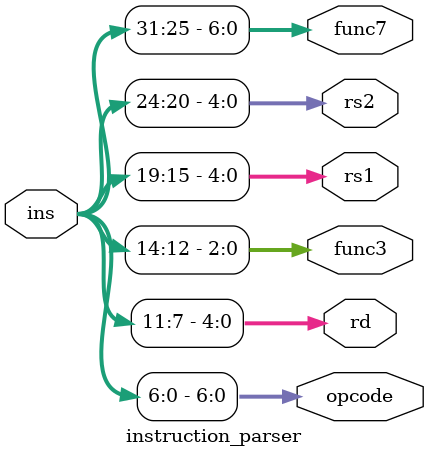
<source format=v>
module instruction_parser(

	input [31:0] ins,
	output [6:0] opcode,
	output [4:0] rd,
	output [2:0] func3,
	output [4:0] rs1,
	output [4:0] rs2,
	output [6:0] func7
);


assign opcode = ins[6:0];

assign rd = ins[11:7];

assign func3 = ins[14:12];

assign rs1 = ins[19:15];

assign rs2 = ins[24:20];

assign func7 = ins[31:25];


endmodule
</source>
